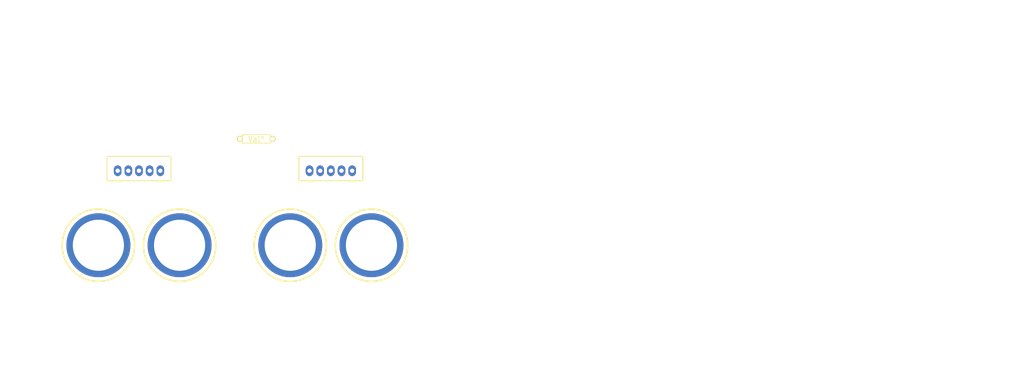
<source format=kicad_pcb>
(kicad_pcb (version 3) (host pcbnew "(2013-mar-30)-stable")

  (general
    (links 0)
    (no_connects 0)
    (area 134.924999 84.924999 227.575001 135.075001)
    (thickness 1.6)
    (drawings 4)
    (tracks 0)
    (zones 0)
    (modules 5)
    (nets 1)
  )

  (page A3)
  (layers
    (15 F.Cu signal)
    (0 B.Cu signal)
    (16 B.Adhes user)
    (17 F.Adhes user)
    (18 B.Paste user)
    (19 F.Paste user)
    (20 B.SilkS user)
    (21 F.SilkS user)
    (22 B.Mask user)
    (23 F.Mask user)
    (24 Dwgs.User user)
    (25 Cmts.User user)
    (26 Eco1.User user)
    (27 Eco2.User user)
    (28 Edge.Cuts user)
  )

  (setup
    (last_trace_width 0.254)
    (trace_clearance 0.254)
    (zone_clearance 0.508)
    (zone_45_only no)
    (trace_min 0.254)
    (segment_width 0.2)
    (edge_width 0.15)
    (via_size 0.889)
    (via_drill 0.635)
    (via_min_size 0.889)
    (via_min_drill 0.508)
    (uvia_size 0.508)
    (uvia_drill 0.127)
    (uvias_allowed no)
    (uvia_min_size 0.508)
    (uvia_min_drill 0.127)
    (pcb_text_width 0.3)
    (pcb_text_size 1 1)
    (mod_edge_width 0.15)
    (mod_text_size 1 1)
    (mod_text_width 0.15)
    (pad_size 1 1)
    (pad_drill 0.6)
    (pad_to_mask_clearance 0)
    (aux_axis_origin 0 0)
    (visible_elements FFFFFBBF)
    (pcbplotparams
      (layerselection 3178497)
      (usegerberextensions true)
      (excludeedgelayer true)
      (linewidth 152400)
      (plotframeref false)
      (viasonmask false)
      (mode 1)
      (useauxorigin false)
      (hpglpennumber 1)
      (hpglpenspeed 20)
      (hpglpendiameter 15)
      (hpglpenoverlay 2)
      (psnegative false)
      (psa4output false)
      (plotreference true)
      (plotvalue true)
      (plotothertext true)
      (plotinvisibletext false)
      (padsonsilk false)
      (subtractmaskfromsilk false)
      (outputformat 1)
      (mirror false)
      (drillshape 1)
      (scaleselection 1)
      (outputdirectory ""))
  )

  (net 0 "")

  (net_class Default "This is the default net class."
    (clearance 0.254)
    (trace_width 0.254)
    (via_dia 0.889)
    (via_drill 0.635)
    (uvia_dia 0.508)
    (uvia_drill 0.127)
    (add_net "")
  )

  (module JST-XH_TOP_ENTRY (layer F.Cu) (tedit 51B0D14F) (tstamp 51B0DF2B)
    (at 160 97.5)
    (attr smd)
    (fp_text reference JST-XH_TOP_ENTRY (at 0 -0.381) (layer Cmts.User)
      (effects (font (size 0.508 0.508) (thickness 0.1016)))
    )
    (fp_text value Val* (at 0 0.381) (layer Cmts.User) hide
      (effects (font (size 0.508 0.508) (thickness 0.1016)))
    )
    (fp_line (start -7.49808 -3.39852) (end -7.49808 2.3495) (layer F.SilkS) (width 0.19812))
    (fp_line (start -7.49808 2.3495) (end 7.49808 2.3495) (layer F.SilkS) (width 0.19812))
    (fp_line (start 7.49808 2.3495) (end 7.49808 -3.39852) (layer F.SilkS) (width 0.19812))
    (fp_line (start 7.49808 -3.39852) (end -7.49808 -3.39852) (layer F.SilkS) (width 0.19812))
    (fp_line (start -7.49808 -3.39852) (end -7.49808 2.3495) (layer F.SilkS) (width 0.19812))
    (fp_line (start -7.49808 2.3495) (end 7.49808 2.3495) (layer F.SilkS) (width 0.19812))
    (fp_line (start 7.49808 2.3495) (end 7.49808 -3.39852) (layer F.SilkS) (width 0.19812))
    (fp_line (start 7.49808 -3.39852) (end -7.49808 -3.39852) (layer F.SilkS) (width 0.19812))
    (fp_line (start -7.49808 -3.39852) (end -7.49808 2.3495) (layer F.SilkS) (width 0.19812))
    (fp_line (start -7.49808 2.3495) (end 7.49808 2.3495) (layer F.SilkS) (width 0.19812))
    (fp_line (start 7.49808 2.3495) (end 7.49808 -3.39852) (layer F.SilkS) (width 0.19812))
    (fp_line (start 7.49808 -3.39852) (end -7.49808 -3.39852) (layer F.SilkS) (width 0.19812))
    (fp_line (start -7.49808 -3.39852) (end -7.49808 2.3495) (layer F.SilkS) (width 0.19812))
    (fp_line (start -7.49808 2.3495) (end 7.49808 2.3495) (layer F.SilkS) (width 0.19812))
    (fp_line (start 7.49808 2.3495) (end 7.49808 -3.39852) (layer F.SilkS) (width 0.19812))
    (fp_line (start 7.49808 -3.39852) (end -7.49808 -3.39852) (layer F.SilkS) (width 0.19812))
    (fp_line (start -7.49808 -3.39852) (end -7.49808 2.3495) (layer F.SilkS) (width 0.19812))
    (fp_line (start -7.49808 2.3495) (end 7.49808 2.3495) (layer F.SilkS) (width 0.19812))
    (fp_line (start 7.49808 2.3495) (end 7.49808 -3.39852) (layer F.SilkS) (width 0.19812))
    (fp_line (start 7.49808 -3.39852) (end -7.49808 -3.39852) (layer F.SilkS) (width 0.19812))
    (fp_line (start -4.29768 2.49936) (end -5.69976 2.49936) (layer F.SilkS) (width 0.381))
    (fp_line (start 5.69976 2.49936) (end 4.29768 2.49936) (layer F.SilkS) (width 0.381))
    (fp_line (start -4.29768 2.49936) (end -5.69976 2.49936) (layer F.SilkS) (width 0.381))
    (fp_line (start 5.69976 2.49936) (end 4.29768 2.49936) (layer F.SilkS) (width 0.381))
    (fp_line (start -4.29768 2.49936) (end -5.69976 2.49936) (layer F.SilkS) (width 0.381))
    (fp_line (start 5.69976 2.49936) (end 4.29768 2.49936) (layer F.SilkS) (width 0.381))
    (fp_line (start -4.29768 2.49936) (end -5.69976 2.49936) (layer F.SilkS) (width 0.381))
    (fp_line (start 5.69976 2.49936) (end 4.29768 2.49936) (layer F.SilkS) (width 0.381))
    (fp_line (start -4.29768 2.49936) (end -5.69976 2.49936) (layer F.SilkS) (width 0.381))
    (fp_line (start 5.69976 2.49936) (end 4.29768 2.49936) (layer F.SilkS) (width 0.381))
    (pad 1 thru_hole oval (at -4.99872 0) (size 1.778 2.49936) (drill oval 1.02108 1.016)
      (layers *.Cu *.Paste *.Mask)
    )
    (pad 2 thru_hole oval (at -2.49936 0) (size 1.778 2.49936) (drill oval 1.02108 1.016)
      (layers *.Cu *.Paste *.Mask)
    )
    (pad 3 thru_hole oval (at 0 0) (size 1.778 2.49936) (drill 1.016)
      (layers *.Cu *.Paste *.Mask)
    )
    (pad 4 thru_hole oval (at 2.49936 0) (size 1.778 2.49936) (drill oval 1.02108 1.016)
      (layers *.Cu *.Paste *.Mask)
    )
    (pad 5 thru_hole oval (at 4.99872 0) (size 1.778 2.49936) (drill oval 1.02108 1.016)
      (layers *.Cu *.Paste *.Mask)
    )
  )

  (module JST-XH_TOP_ENTRY (layer F.Cu) (tedit 51B0D14F) (tstamp 51B0DF78)
    (at 205 97.5)
    (attr smd)
    (fp_text reference JST-XH_TOP_ENTRY (at 0 -0.381) (layer Cmts.User)
      (effects (font (size 0.508 0.508) (thickness 0.1016)))
    )
    (fp_text value Val* (at 0 0.381) (layer Cmts.User) hide
      (effects (font (size 0.508 0.508) (thickness 0.1016)))
    )
    (fp_line (start -7.49808 -3.39852) (end -7.49808 2.3495) (layer F.SilkS) (width 0.19812))
    (fp_line (start -7.49808 2.3495) (end 7.49808 2.3495) (layer F.SilkS) (width 0.19812))
    (fp_line (start 7.49808 2.3495) (end 7.49808 -3.39852) (layer F.SilkS) (width 0.19812))
    (fp_line (start 7.49808 -3.39852) (end -7.49808 -3.39852) (layer F.SilkS) (width 0.19812))
    (fp_line (start -7.49808 -3.39852) (end -7.49808 2.3495) (layer F.SilkS) (width 0.19812))
    (fp_line (start -7.49808 2.3495) (end 7.49808 2.3495) (layer F.SilkS) (width 0.19812))
    (fp_line (start 7.49808 2.3495) (end 7.49808 -3.39852) (layer F.SilkS) (width 0.19812))
    (fp_line (start 7.49808 -3.39852) (end -7.49808 -3.39852) (layer F.SilkS) (width 0.19812))
    (fp_line (start -7.49808 -3.39852) (end -7.49808 2.3495) (layer F.SilkS) (width 0.19812))
    (fp_line (start -7.49808 2.3495) (end 7.49808 2.3495) (layer F.SilkS) (width 0.19812))
    (fp_line (start 7.49808 2.3495) (end 7.49808 -3.39852) (layer F.SilkS) (width 0.19812))
    (fp_line (start 7.49808 -3.39852) (end -7.49808 -3.39852) (layer F.SilkS) (width 0.19812))
    (fp_line (start -7.49808 -3.39852) (end -7.49808 2.3495) (layer F.SilkS) (width 0.19812))
    (fp_line (start -7.49808 2.3495) (end 7.49808 2.3495) (layer F.SilkS) (width 0.19812))
    (fp_line (start 7.49808 2.3495) (end 7.49808 -3.39852) (layer F.SilkS) (width 0.19812))
    (fp_line (start 7.49808 -3.39852) (end -7.49808 -3.39852) (layer F.SilkS) (width 0.19812))
    (fp_line (start -7.49808 -3.39852) (end -7.49808 2.3495) (layer F.SilkS) (width 0.19812))
    (fp_line (start -7.49808 2.3495) (end 7.49808 2.3495) (layer F.SilkS) (width 0.19812))
    (fp_line (start 7.49808 2.3495) (end 7.49808 -3.39852) (layer F.SilkS) (width 0.19812))
    (fp_line (start 7.49808 -3.39852) (end -7.49808 -3.39852) (layer F.SilkS) (width 0.19812))
    (fp_line (start -4.29768 2.49936) (end -5.69976 2.49936) (layer F.SilkS) (width 0.381))
    (fp_line (start 5.69976 2.49936) (end 4.29768 2.49936) (layer F.SilkS) (width 0.381))
    (fp_line (start -4.29768 2.49936) (end -5.69976 2.49936) (layer F.SilkS) (width 0.381))
    (fp_line (start 5.69976 2.49936) (end 4.29768 2.49936) (layer F.SilkS) (width 0.381))
    (fp_line (start -4.29768 2.49936) (end -5.69976 2.49936) (layer F.SilkS) (width 0.381))
    (fp_line (start 5.69976 2.49936) (end 4.29768 2.49936) (layer F.SilkS) (width 0.381))
    (fp_line (start -4.29768 2.49936) (end -5.69976 2.49936) (layer F.SilkS) (width 0.381))
    (fp_line (start 5.69976 2.49936) (end 4.29768 2.49936) (layer F.SilkS) (width 0.381))
    (fp_line (start -4.29768 2.49936) (end -5.69976 2.49936) (layer F.SilkS) (width 0.381))
    (fp_line (start 5.69976 2.49936) (end 4.29768 2.49936) (layer F.SilkS) (width 0.381))
    (pad 1 thru_hole oval (at -4.99872 0) (size 1.778 2.49936) (drill oval 1.02108 1.016)
      (layers *.Cu *.Paste *.Mask)
    )
    (pad 2 thru_hole oval (at -2.49936 0) (size 1.778 2.49936) (drill oval 1.02108 1.016)
      (layers *.Cu *.Paste *.Mask)
    )
    (pad 3 thru_hole oval (at 0 0) (size 1.778 2.49936) (drill 1.016)
      (layers *.Cu *.Paste *.Mask)
    )
    (pad 4 thru_hole oval (at 2.49936 0) (size 1.778 2.49936) (drill oval 1.02108 1.016)
      (layers *.Cu *.Paste *.Mask)
    )
    (pad 5 thru_hole oval (at 4.99872 0) (size 1.778 2.49936) (drill oval 1.02108 1.016)
      (layers *.Cu *.Paste *.Mask)
    )
  )

  (module BANANA_PANEL (layer F.Cu) (tedit 51B0D1BA) (tstamp 51B12F9D)
    (at 160 115)
    (attr smd)
    (fp_text reference BANANA_PANEL (at 0 -0.381) (layer Cmts.User)
      (effects (font (size 0.508 0.508) (thickness 0.1016)))
    )
    (fp_text value Val* (at 0 0.381) (layer Cmts.User) hide
      (effects (font (size 0.508 0.508) (thickness 0.1016)))
    )
    (fp_circle (center -9.525 0) (end -9.525 -8.4836) (layer F.SilkS) (width 0.381))
    (fp_circle (center 9.525 0) (end 9.525 -8.4836) (layer F.SilkS) (width 0.381))
    (pad 1 thru_hole oval (at -9.52246 0) (size 14.9987 14.99616) (drill 12.0015)
      (layers *.Cu *.Paste *.Mask)
    )
    (pad 2 thru_hole oval (at 9.52246 0) (size 14.9987 14.99616) (drill 12.0015)
      (layers *.Cu *.Paste *.Mask)
    )
  )

  (module BANANA_PANEL (layer F.Cu) (tedit 51B0D1BA) (tstamp 51B1302A)
    (at 205 115)
    (attr smd)
    (fp_text reference BANANA_PANEL (at 0 -0.381) (layer Cmts.User)
      (effects (font (size 0.508 0.508) (thickness 0.1016)))
    )
    (fp_text value Val* (at 0 0.381) (layer Cmts.User) hide
      (effects (font (size 0.508 0.508) (thickness 0.1016)))
    )
    (fp_circle (center -9.525 0) (end -9.525 -8.4836) (layer F.SilkS) (width 0.381))
    (fp_circle (center 9.525 0) (end 9.525 -8.4836) (layer F.SilkS) (width 0.381))
    (pad 1 thru_hole oval (at -9.52246 0) (size 14.9987 14.99616) (drill 12.0015)
      (layers *.Cu *.Paste *.Mask)
    )
    (pad 2 thru_hole oval (at 9.52246 0) (size 14.9987 14.99616) (drill 12.0015)
      (layers *.Cu *.Paste *.Mask)
    )
  )

  (module R3 (layer F.Cu) (tedit 4E4C0E65) (tstamp 51B136BC)
    (at 187.5 90)
    (descr "Resitance 3 pas")
    (tags R)
    (path R3)
    (autoplace_cost180 10)
    (fp_text reference R3 (at 0 0.127) (layer F.SilkS) hide
      (effects (font (size 1.397 1.27) (thickness 0.2032)))
    )
    (fp_text value Val* (at 0 0.127) (layer F.SilkS)
      (effects (font (size 1.397 1.27) (thickness 0.2032)))
    )
    (fp_line (start -3.81 0) (end -3.302 0) (layer F.SilkS) (width 0.2032))
    (fp_line (start 3.81 0) (end 3.302 0) (layer F.SilkS) (width 0.2032))
    (fp_line (start 3.302 0) (end 3.302 -1.016) (layer F.SilkS) (width 0.2032))
    (fp_line (start 3.302 -1.016) (end -3.302 -1.016) (layer F.SilkS) (width 0.2032))
    (fp_line (start -3.302 -1.016) (end -3.302 1.016) (layer F.SilkS) (width 0.2032))
    (fp_line (start -3.302 1.016) (end 3.302 1.016) (layer F.SilkS) (width 0.2032))
    (fp_line (start 3.302 1.016) (end 3.302 0) (layer F.SilkS) (width 0.2032))
    (fp_line (start -3.302 -0.508) (end -2.794 -1.016) (layer F.SilkS) (width 0.2032))
    (pad 1 thru_hole circle (at -3.81 0) (size 1.397 1.397) (drill 0.8128)
      (layers *.Cu *.Mask F.SilkS)
    )
    (pad 2 thru_hole circle (at 3.81 0) (size 1.397 1.397) (drill 0.8128)
      (layers *.Cu *.Mask F.SilkS)
    )
    (model discret/resistor.wrl
      (at (xyz 0 0 0))
      (scale (xyz 0.3 0.3 0.3))
      (rotate (xyz 0 0 0))
    )
  )

  (gr_line (start 127.5 57.5) (end 127.5 147.5) (angle 90) (layer Eco2.User) (width 0.2))
  (gr_line (start 367.5 57.5) (end 127.5 57.5) (angle 90) (layer Eco2.User) (width 0.2))
  (gr_line (start 367.5 147.5) (end 367.5 57.5) (angle 90) (layer Eco2.User) (width 0.2))
  (gr_line (start 127.5 147.5) (end 367.5 147.5) (angle 90) (layer Eco2.User) (width 0.2))

)

</source>
